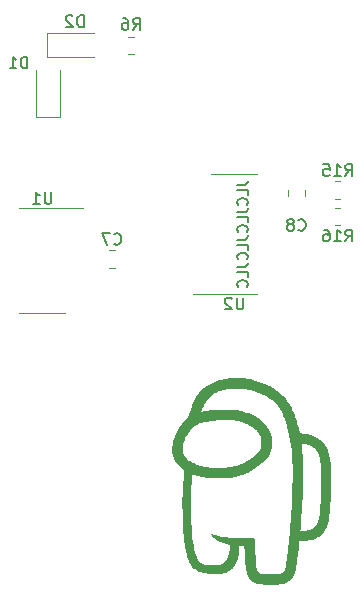
<source format=gbr>
%TF.GenerationSoftware,KiCad,Pcbnew,7.0.1*%
%TF.CreationDate,2023-11-18T18:07:09+02:00*%
%TF.ProjectId,Micr0,4d696372-302e-46b6-9963-61645f706362,rev?*%
%TF.SameCoordinates,Original*%
%TF.FileFunction,Legend,Bot*%
%TF.FilePolarity,Positive*%
%FSLAX46Y46*%
G04 Gerber Fmt 4.6, Leading zero omitted, Abs format (unit mm)*
G04 Created by KiCad (PCBNEW 7.0.1) date 2023-11-18 18:07:09*
%MOMM*%
%LPD*%
G01*
G04 APERTURE LIST*
%ADD10C,0.000000*%
%ADD11C,0.180000*%
%ADD12C,0.150000*%
%ADD13C,0.120000*%
G04 APERTURE END LIST*
D10*
G36*
X124934073Y-84440088D02*
G01*
X124938602Y-84754501D01*
X124942991Y-85434624D01*
X124935350Y-86078575D01*
X124916216Y-86679282D01*
X124886126Y-87229677D01*
X124845619Y-87722691D01*
X124795231Y-88151254D01*
X124735500Y-88508297D01*
X124702299Y-88657789D01*
X124666963Y-88786750D01*
X124627928Y-88899742D01*
X124581229Y-89010874D01*
X124527305Y-89119691D01*
X124466597Y-89225738D01*
X124399542Y-89328561D01*
X124326581Y-89427704D01*
X124248153Y-89522713D01*
X124164696Y-89613133D01*
X124076651Y-89698509D01*
X123984455Y-89778387D01*
X123888550Y-89852312D01*
X123789374Y-89919829D01*
X123687365Y-89980483D01*
X123582964Y-90033820D01*
X123476610Y-90079385D01*
X123368741Y-90116722D01*
X123335903Y-90126817D01*
X123303319Y-90135960D01*
X123270662Y-90144194D01*
X123237607Y-90151560D01*
X123203829Y-90158099D01*
X123169001Y-90163852D01*
X123132800Y-90168861D01*
X123094897Y-90173168D01*
X123054970Y-90176813D01*
X123012691Y-90179838D01*
X122967735Y-90182284D01*
X122919776Y-90184192D01*
X122813550Y-90186563D01*
X122691408Y-90187279D01*
X122243380Y-90187279D01*
X122183408Y-90776418D01*
X122074873Y-91804600D01*
X122031417Y-92169635D01*
X121992467Y-92453435D01*
X121955997Y-92669601D01*
X121919982Y-92831734D01*
X121882396Y-92953435D01*
X121841214Y-93048307D01*
X121798356Y-93127961D01*
X121751855Y-93204162D01*
X121701788Y-93276850D01*
X121648233Y-93345962D01*
X121591268Y-93411436D01*
X121530969Y-93473210D01*
X121467415Y-93531222D01*
X121400682Y-93585410D01*
X121330849Y-93635712D01*
X121257993Y-93682065D01*
X121182192Y-93724409D01*
X121103522Y-93762681D01*
X121022062Y-93796818D01*
X120937889Y-93826759D01*
X120851080Y-93852443D01*
X120761714Y-93873806D01*
X120688238Y-93886788D01*
X120597741Y-93897962D01*
X120375312Y-93914926D01*
X120113691Y-93924779D01*
X119832144Y-93927604D01*
X119549936Y-93923484D01*
X119286331Y-93912501D01*
X119060595Y-93894738D01*
X118967947Y-93883340D01*
X118891992Y-93870278D01*
X118787890Y-93847606D01*
X118692197Y-93824334D01*
X118604389Y-93800111D01*
X118523945Y-93774587D01*
X118450343Y-93747408D01*
X118383061Y-93718225D01*
X118321578Y-93686685D01*
X118265370Y-93652437D01*
X118213917Y-93615130D01*
X118166695Y-93574413D01*
X118123185Y-93529933D01*
X118082863Y-93481340D01*
X118045207Y-93428283D01*
X118009696Y-93370409D01*
X117975807Y-93307367D01*
X117943020Y-93238807D01*
X117907983Y-93158848D01*
X117875551Y-93075881D01*
X117845599Y-92989132D01*
X117818004Y-92897825D01*
X117792641Y-92801184D01*
X117769386Y-92698436D01*
X117748116Y-92588805D01*
X117728707Y-92471515D01*
X117711033Y-92345791D01*
X117694972Y-92210859D01*
X117680399Y-92065942D01*
X117667191Y-91910267D01*
X117655223Y-91743058D01*
X117644371Y-91563539D01*
X117625519Y-91164473D01*
X117604353Y-90610611D01*
X117163381Y-90610611D01*
X117142214Y-91005724D01*
X117134044Y-91129666D01*
X117121502Y-91251304D01*
X117104681Y-91370399D01*
X117083675Y-91486714D01*
X117058576Y-91600011D01*
X117029477Y-91710053D01*
X116996471Y-91816601D01*
X116959651Y-91919418D01*
X116919111Y-92018266D01*
X116874943Y-92112908D01*
X116827241Y-92203106D01*
X116776097Y-92288621D01*
X116721604Y-92369217D01*
X116663855Y-92444656D01*
X116602944Y-92514700D01*
X116538964Y-92579111D01*
X116480370Y-92632048D01*
X116420783Y-92681141D01*
X116359874Y-92726513D01*
X116297311Y-92768288D01*
X116232764Y-92806591D01*
X116165901Y-92841545D01*
X116096393Y-92873274D01*
X116023908Y-92901903D01*
X115948116Y-92927555D01*
X115868686Y-92950355D01*
X115785287Y-92970426D01*
X115697589Y-92987893D01*
X115605260Y-93002879D01*
X115507971Y-93015509D01*
X115405389Y-93025906D01*
X115297186Y-93034195D01*
X115131293Y-93040631D01*
X114967359Y-93040203D01*
X114805937Y-93033079D01*
X114647579Y-93019422D01*
X114492838Y-92999400D01*
X114342267Y-92973175D01*
X114196420Y-92940916D01*
X114055849Y-92902785D01*
X113921107Y-92858950D01*
X113792747Y-92809575D01*
X113671322Y-92754825D01*
X113557385Y-92694867D01*
X113451489Y-92629865D01*
X113354187Y-92559984D01*
X113266031Y-92485391D01*
X113187575Y-92406250D01*
X113123711Y-92327122D01*
X113061795Y-92232769D01*
X113001873Y-92123431D01*
X112943993Y-91999343D01*
X112888201Y-91860746D01*
X112834542Y-91707875D01*
X112783065Y-91540969D01*
X112733815Y-91360265D01*
X112686838Y-91166001D01*
X112642182Y-90958415D01*
X112599893Y-90737745D01*
X112560017Y-90504228D01*
X112522600Y-90258101D01*
X112487691Y-89999604D01*
X112455333Y-89728972D01*
X112425576Y-89446445D01*
X112417500Y-89344098D01*
X112409259Y-89195201D01*
X112392943Y-88785869D01*
X112377950Y-88274672D01*
X112365603Y-87717834D01*
X112360049Y-87219915D01*
X112359988Y-87166509D01*
X113081081Y-87166509D01*
X113085573Y-87592860D01*
X113095853Y-88035334D01*
X113114194Y-88591952D01*
X113138076Y-89085069D01*
X113168406Y-89523616D01*
X113206096Y-89916522D01*
X113252053Y-90272717D01*
X113307189Y-90601131D01*
X113372411Y-90910693D01*
X113448631Y-91210334D01*
X113483230Y-91335178D01*
X113516072Y-91447088D01*
X113547881Y-91547019D01*
X113579379Y-91635927D01*
X113611291Y-91714769D01*
X113644340Y-91784500D01*
X113679249Y-91846077D01*
X113716742Y-91900455D01*
X113736683Y-91925244D01*
X113757542Y-91948591D01*
X113779408Y-91970617D01*
X113802373Y-91991440D01*
X113851958Y-92029959D01*
X113907021Y-92065103D01*
X113968285Y-92097829D01*
X114036474Y-92129092D01*
X114112311Y-92159849D01*
X114196519Y-92191056D01*
X114276555Y-92218293D01*
X114313225Y-92229651D01*
X114348654Y-92239618D01*
X114383588Y-92248284D01*
X114418769Y-92255734D01*
X114454943Y-92262059D01*
X114492853Y-92267344D01*
X114533243Y-92271679D01*
X114576858Y-92275151D01*
X114624442Y-92277847D01*
X114676738Y-92279857D01*
X114734492Y-92281266D01*
X114798447Y-92282165D01*
X114947937Y-92282778D01*
X115097860Y-92283343D01*
X115217977Y-92282006D01*
X115313868Y-92278189D01*
X115354472Y-92275170D01*
X115391113Y-92271313D01*
X115424489Y-92266547D01*
X115455295Y-92260799D01*
X115484232Y-92253996D01*
X115511995Y-92246068D01*
X115539282Y-92236940D01*
X115566792Y-92226541D01*
X115625269Y-92201639D01*
X115663809Y-92183022D01*
X115702577Y-92161676D01*
X115741386Y-92137767D01*
X115780051Y-92111460D01*
X115818384Y-92082921D01*
X115856201Y-92052315D01*
X115893315Y-92019807D01*
X115929540Y-91985563D01*
X115964691Y-91949748D01*
X115998580Y-91912527D01*
X116031023Y-91874066D01*
X116061832Y-91834530D01*
X116090823Y-91794085D01*
X116117808Y-91752895D01*
X116142602Y-91711127D01*
X116165020Y-91668946D01*
X116178678Y-91639111D01*
X116193097Y-91602910D01*
X116208125Y-91560921D01*
X116223614Y-91513723D01*
X116255370Y-91406016D01*
X116287169Y-91284418D01*
X116317809Y-91153559D01*
X116346094Y-91018071D01*
X116370822Y-90882582D01*
X116390797Y-90751723D01*
X116411964Y-90592972D01*
X116105047Y-90494196D01*
X116015050Y-90465176D01*
X115927632Y-90435009D01*
X115842807Y-90403705D01*
X115760593Y-90371274D01*
X115681003Y-90337728D01*
X115604055Y-90303075D01*
X115529762Y-90267327D01*
X115458141Y-90230494D01*
X115389207Y-90192586D01*
X115322976Y-90153613D01*
X115259463Y-90113586D01*
X115198684Y-90072515D01*
X115140654Y-90030411D01*
X115085389Y-89987283D01*
X115032904Y-89943143D01*
X114983214Y-89898000D01*
X114936898Y-89854847D01*
X114893807Y-89813389D01*
X114854850Y-89774660D01*
X114820936Y-89739692D01*
X114792976Y-89709520D01*
X114771878Y-89685177D01*
X114764187Y-89675514D01*
X114758552Y-89667696D01*
X114755088Y-89661852D01*
X114753908Y-89658112D01*
X114754359Y-89656902D01*
X114755697Y-89655916D01*
X114757899Y-89655151D01*
X114760943Y-89654604D01*
X114769465Y-89654150D01*
X114781083Y-89654528D01*
X114795615Y-89655713D01*
X114812881Y-89657677D01*
X114832700Y-89660396D01*
X114854891Y-89663844D01*
X114879273Y-89667994D01*
X114905665Y-89672822D01*
X114963756Y-89684404D01*
X115027717Y-89698385D01*
X115096103Y-89714556D01*
X115414133Y-89788818D01*
X115685076Y-89846296D01*
X115808846Y-89869387D01*
X115927990Y-89889057D01*
X116044892Y-89905564D01*
X116161933Y-89919167D01*
X116281496Y-89930124D01*
X116405963Y-89938694D01*
X116679138Y-89949705D01*
X117000517Y-89954266D01*
X117389158Y-89954445D01*
X118454547Y-89950917D01*
X118489824Y-90060279D01*
X118493208Y-90076433D01*
X118496721Y-90102033D01*
X118503991Y-90179341D01*
X118511343Y-90287737D01*
X118518488Y-90422757D01*
X118525137Y-90579936D01*
X118531000Y-90754809D01*
X118535789Y-90942912D01*
X118539214Y-91139778D01*
X118551430Y-91608987D01*
X118570798Y-91992949D01*
X118583746Y-92155573D01*
X118599179Y-92300017D01*
X118617330Y-92427326D01*
X118638433Y-92538542D01*
X118662718Y-92634710D01*
X118690419Y-92716874D01*
X118721769Y-92786077D01*
X118756999Y-92843364D01*
X118796343Y-92889778D01*
X118840033Y-92926363D01*
X118888301Y-92954163D01*
X118941380Y-92974222D01*
X118989290Y-92985664D01*
X119057094Y-92996140D01*
X119241352Y-93013965D01*
X119472077Y-93027242D01*
X119727193Y-93035517D01*
X119984624Y-93038335D01*
X120222294Y-93035242D01*
X120418127Y-93025782D01*
X120493456Y-93018522D01*
X120550047Y-93009500D01*
X120594078Y-92999411D01*
X120636222Y-92987652D01*
X120676496Y-92974208D01*
X120714915Y-92959065D01*
X120751494Y-92942205D01*
X120786249Y-92923615D01*
X120819196Y-92903277D01*
X120850349Y-92881178D01*
X120879724Y-92857301D01*
X120907338Y-92831631D01*
X120933204Y-92804152D01*
X120957340Y-92774849D01*
X120979760Y-92743706D01*
X121000479Y-92710708D01*
X121019514Y-92675839D01*
X121036880Y-92639084D01*
X121044321Y-92618999D01*
X121052087Y-92593168D01*
X121060173Y-92561631D01*
X121068575Y-92524431D01*
X121086303Y-92433205D01*
X121105231Y-92319820D01*
X121125316Y-92184607D01*
X121146517Y-92027896D01*
X121168793Y-91850019D01*
X121192102Y-91651307D01*
X121350853Y-90187279D01*
X121439241Y-89340612D01*
X122331574Y-89340612D01*
X122698463Y-89340612D01*
X122808637Y-89339998D01*
X122898555Y-89337690D01*
X122937234Y-89335681D01*
X122972431Y-89332984D01*
X123004672Y-89329512D01*
X123034484Y-89325178D01*
X123062395Y-89319892D01*
X123088931Y-89313568D01*
X123114619Y-89306117D01*
X123139987Y-89297451D01*
X123165562Y-89287484D01*
X123191870Y-89276126D01*
X123248797Y-89248890D01*
X123293120Y-89225285D01*
X123337308Y-89198302D01*
X123381145Y-89168197D01*
X123424414Y-89135229D01*
X123466897Y-89099656D01*
X123508378Y-89061738D01*
X123548639Y-89021732D01*
X123587463Y-88979896D01*
X123624634Y-88936490D01*
X123659934Y-88891771D01*
X123693147Y-88845997D01*
X123724055Y-88799428D01*
X123752440Y-88752322D01*
X123778087Y-88704936D01*
X123800779Y-88657530D01*
X123820297Y-88610361D01*
X123853420Y-88512845D01*
X123884038Y-88403718D01*
X123912206Y-88282281D01*
X123937981Y-88147837D01*
X123961421Y-87999688D01*
X123982581Y-87837138D01*
X124001520Y-87659487D01*
X124018293Y-87466039D01*
X124032958Y-87256096D01*
X124045571Y-87028960D01*
X124064871Y-86520319D01*
X124076646Y-85934536D01*
X124081352Y-85266029D01*
X124081407Y-84440088D01*
X124078810Y-84151058D01*
X124073856Y-83926355D01*
X124066090Y-83752254D01*
X124055059Y-83615029D01*
X124040307Y-83500955D01*
X124021380Y-83396307D01*
X123997048Y-83277744D01*
X123972742Y-83168958D01*
X123948074Y-83069226D01*
X123922657Y-82977824D01*
X123896103Y-82894029D01*
X123868025Y-82817117D01*
X123838035Y-82746365D01*
X123805745Y-82681050D01*
X123770767Y-82620447D01*
X123732715Y-82563834D01*
X123691201Y-82510486D01*
X123645837Y-82459682D01*
X123596235Y-82410696D01*
X123542009Y-82362806D01*
X123482769Y-82315288D01*
X123418130Y-82267418D01*
X123372321Y-82236039D01*
X123326160Y-82206716D01*
X123279627Y-82179439D01*
X123232701Y-82154199D01*
X123185362Y-82130984D01*
X123137589Y-82109784D01*
X123089361Y-82090590D01*
X123040658Y-82073390D01*
X122991458Y-82058175D01*
X122941742Y-82044934D01*
X122891489Y-82033656D01*
X122840677Y-82024332D01*
X122789286Y-82016951D01*
X122737296Y-82011502D01*
X122684686Y-82007976D01*
X122631435Y-82006363D01*
X122444463Y-82002835D01*
X122462102Y-82151001D01*
X122492977Y-82448871D01*
X122517279Y-82721564D01*
X122535710Y-82986237D01*
X122548974Y-83260046D01*
X122557773Y-83560148D01*
X122562809Y-83903700D01*
X122564787Y-84307858D01*
X122564662Y-84466436D01*
X122564408Y-84789779D01*
X122558730Y-85439661D01*
X122548092Y-86075653D01*
X122534146Y-86624333D01*
X122518547Y-87012278D01*
X122479741Y-87629419D01*
X122432998Y-88274341D01*
X122387578Y-88827982D01*
X122352741Y-89171279D01*
X122331574Y-89340612D01*
X121439241Y-89340612D01*
X121474435Y-89003488D01*
X121523121Y-88455911D01*
X121564283Y-87921563D01*
X121598830Y-87388207D01*
X121627673Y-86843607D01*
X121671880Y-85671724D01*
X121685557Y-85044068D01*
X121689354Y-84466436D01*
X121682980Y-83932295D01*
X121666148Y-83435112D01*
X121638566Y-82968357D01*
X121599947Y-82525497D01*
X121550000Y-82100000D01*
X121488436Y-81685335D01*
X121413002Y-81285256D01*
X121320866Y-80884474D01*
X121214840Y-80491547D01*
X121097734Y-80115032D01*
X120972361Y-79763488D01*
X120907451Y-79599754D01*
X120841530Y-79445471D01*
X120774946Y-79301710D01*
X120708053Y-79169540D01*
X120641201Y-79050030D01*
X120574741Y-78944251D01*
X120524723Y-78873236D01*
X120471302Y-78803099D01*
X120354613Y-78665667D01*
X120225398Y-78532369D01*
X120084380Y-78403619D01*
X119932283Y-78279830D01*
X119769829Y-78161415D01*
X119597743Y-78048788D01*
X119416748Y-77942363D01*
X119227568Y-77842551D01*
X119030925Y-77749768D01*
X118827544Y-77664426D01*
X118618148Y-77586939D01*
X118403460Y-77517720D01*
X118184203Y-77457183D01*
X117961103Y-77405741D01*
X117734880Y-77363807D01*
X117636875Y-77349909D01*
X117530276Y-77338610D01*
X117416412Y-77329863D01*
X117296609Y-77323623D01*
X117044504Y-77318476D01*
X116784585Y-77322797D01*
X116527478Y-77336212D01*
X116283806Y-77358350D01*
X116170329Y-77372574D01*
X116064195Y-77388839D01*
X115966732Y-77407099D01*
X115879269Y-77427307D01*
X115729388Y-77468700D01*
X115586581Y-77513551D01*
X115450729Y-77561926D01*
X115321715Y-77613893D01*
X115199418Y-77669519D01*
X115083721Y-77728870D01*
X114974503Y-77792014D01*
X114871648Y-77859019D01*
X114775034Y-77929951D01*
X114684545Y-78004877D01*
X114600060Y-78083865D01*
X114521461Y-78166983D01*
X114448629Y-78254296D01*
X114381446Y-78345873D01*
X114319792Y-78441780D01*
X114263548Y-78542085D01*
X114207958Y-78653775D01*
X114151540Y-78772823D01*
X114097108Y-78892699D01*
X114047471Y-79006870D01*
X114005440Y-79108803D01*
X113973828Y-79191968D01*
X113955445Y-79249831D01*
X113952093Y-79267234D01*
X113953103Y-79275862D01*
X113955930Y-79276278D01*
X113961667Y-79276214D01*
X113981270Y-79274705D01*
X114010712Y-79271459D01*
X114048794Y-79266602D01*
X114094317Y-79260256D01*
X114146083Y-79252546D01*
X114202893Y-79243596D01*
X114263548Y-79233529D01*
X114493033Y-79197087D01*
X114709040Y-79166887D01*
X114917275Y-79142558D01*
X115123443Y-79123727D01*
X115333249Y-79110023D01*
X115552399Y-79101072D01*
X115786596Y-79096504D01*
X116041547Y-79095946D01*
X116328896Y-79098633D01*
X116580195Y-79107522D01*
X116695013Y-79114679D01*
X116804043Y-79123851D01*
X116908361Y-79135194D01*
X117009040Y-79148863D01*
X117107156Y-79165012D01*
X117203784Y-79183796D01*
X117299999Y-79205371D01*
X117396875Y-79229891D01*
X117495487Y-79257512D01*
X117596911Y-79288389D01*
X117812491Y-79360529D01*
X117993458Y-79427846D01*
X118166006Y-79498884D01*
X118330235Y-79573726D01*
X118486242Y-79652453D01*
X118634125Y-79735149D01*
X118773983Y-79821896D01*
X118905914Y-79912778D01*
X119030016Y-80007876D01*
X119146387Y-80107274D01*
X119255125Y-80211054D01*
X119356329Y-80319299D01*
X119450097Y-80432092D01*
X119536526Y-80549514D01*
X119615716Y-80671650D01*
X119687764Y-80798581D01*
X119752769Y-80930391D01*
X119778123Y-80987630D01*
X119801317Y-81043190D01*
X119822424Y-81097458D01*
X119841515Y-81150821D01*
X119858663Y-81203668D01*
X119873940Y-81256386D01*
X119887419Y-81309362D01*
X119899172Y-81362984D01*
X119909271Y-81417639D01*
X119917789Y-81473716D01*
X119924798Y-81531601D01*
X119930371Y-81591683D01*
X119934579Y-81654348D01*
X119937495Y-81719985D01*
X119939192Y-81788981D01*
X119939742Y-81861724D01*
X119937835Y-81989081D01*
X119931928Y-82109653D01*
X119921743Y-82224097D01*
X119906999Y-82333068D01*
X119887419Y-82437222D01*
X119862723Y-82537217D01*
X119832632Y-82633708D01*
X119796866Y-82727352D01*
X119755148Y-82818805D01*
X119707197Y-82908722D01*
X119652736Y-82997762D01*
X119591484Y-83086579D01*
X119523162Y-83175830D01*
X119447492Y-83266172D01*
X119364195Y-83358260D01*
X119272991Y-83452752D01*
X119172566Y-83550750D01*
X119068539Y-83646221D01*
X118961111Y-83739036D01*
X118850485Y-83829066D01*
X118736861Y-83916181D01*
X118620442Y-84000252D01*
X118501428Y-84081151D01*
X118380023Y-84158747D01*
X118256425Y-84232912D01*
X118130839Y-84303517D01*
X118003464Y-84370432D01*
X117874503Y-84433528D01*
X117744157Y-84492676D01*
X117612628Y-84547747D01*
X117480117Y-84598611D01*
X117346825Y-84645140D01*
X117130969Y-84713828D01*
X117029263Y-84743390D01*
X116930327Y-84769990D01*
X116833127Y-84793800D01*
X116736630Y-84814990D01*
X116639802Y-84833731D01*
X116541610Y-84850192D01*
X116441020Y-84864545D01*
X116336999Y-84876960D01*
X116228513Y-84887608D01*
X116114528Y-84896659D01*
X115865930Y-84910653D01*
X115582936Y-84920306D01*
X115360666Y-84925687D01*
X115177297Y-84928299D01*
X115023777Y-84927686D01*
X114891051Y-84923393D01*
X114770066Y-84914967D01*
X114651768Y-84901951D01*
X114527104Y-84883892D01*
X114387020Y-84860334D01*
X114288669Y-84842916D01*
X114183621Y-84822852D01*
X114075101Y-84800803D01*
X113966332Y-84777432D01*
X113860540Y-84753399D01*
X113760949Y-84729366D01*
X113670784Y-84705994D01*
X113593270Y-84683946D01*
X113478341Y-84650590D01*
X113430365Y-84637724D01*
X113388218Y-84627446D01*
X113351527Y-84619794D01*
X113319922Y-84614803D01*
X113293030Y-84612509D01*
X113270478Y-84612949D01*
X113260714Y-84614205D01*
X113251895Y-84616159D01*
X113243976Y-84618814D01*
X113236909Y-84622175D01*
X113230649Y-84626246D01*
X113225148Y-84631033D01*
X113220360Y-84636539D01*
X113216239Y-84642770D01*
X113212738Y-84649729D01*
X113209810Y-84657421D01*
X113205490Y-84675023D01*
X113202906Y-84695611D01*
X113201686Y-84719223D01*
X113201039Y-84735684D01*
X113199151Y-84762935D01*
X113196105Y-84799528D01*
X113191985Y-84844018D01*
X113186873Y-84894958D01*
X113180851Y-84950899D01*
X113174002Y-85010396D01*
X113166409Y-85072001D01*
X113139647Y-85354733D01*
X113117681Y-85666983D01*
X113100676Y-86006518D01*
X113088798Y-86371105D01*
X113082211Y-86758513D01*
X113081081Y-87166509D01*
X112359988Y-87166509D01*
X112359539Y-86773217D01*
X112364486Y-86368769D01*
X112375304Y-85997601D01*
X112392405Y-85650742D01*
X112416204Y-85319221D01*
X112447114Y-84994066D01*
X112485547Y-84666307D01*
X112500616Y-84541243D01*
X112511510Y-84439702D01*
X112518352Y-84359411D01*
X112521267Y-84298095D01*
X112521290Y-84273842D01*
X112520378Y-84253481D01*
X112518546Y-84236726D01*
X112515809Y-84223295D01*
X112512184Y-84212902D01*
X112507686Y-84205263D01*
X112502329Y-84200095D01*
X112496131Y-84197112D01*
X112484777Y-84192527D01*
X112471939Y-84186104D01*
X112442167Y-84168084D01*
X112407516Y-84143728D01*
X112368690Y-84113713D01*
X112326391Y-84078717D01*
X112281322Y-84039416D01*
X112234186Y-83996488D01*
X112185686Y-83950609D01*
X112136525Y-83902456D01*
X112087404Y-83852706D01*
X112039028Y-83802036D01*
X111992099Y-83751124D01*
X111947320Y-83700646D01*
X111905393Y-83651278D01*
X111867021Y-83603699D01*
X111832908Y-83558585D01*
X111751137Y-83433742D01*
X111680456Y-83303985D01*
X111620875Y-83169361D01*
X111572404Y-83029914D01*
X111535054Y-82885693D01*
X111508835Y-82736744D01*
X111493758Y-82583112D01*
X111490199Y-82439643D01*
X112391585Y-82439643D01*
X112392327Y-82515785D01*
X112396972Y-82589513D01*
X112405614Y-82660572D01*
X112418346Y-82728706D01*
X112435262Y-82793659D01*
X112456455Y-82855176D01*
X112482019Y-82913001D01*
X112501981Y-82950907D01*
X112524137Y-82988541D01*
X112548449Y-83025879D01*
X112574879Y-83062897D01*
X112603389Y-83099572D01*
X112633940Y-83135879D01*
X112666496Y-83171794D01*
X112701017Y-83207295D01*
X112737466Y-83242356D01*
X112775804Y-83276954D01*
X112857996Y-83344665D01*
X112947289Y-83410236D01*
X113043377Y-83473477D01*
X113145955Y-83534196D01*
X113254720Y-83592202D01*
X113369365Y-83647303D01*
X113489585Y-83699310D01*
X113615077Y-83748029D01*
X113745535Y-83793271D01*
X113880654Y-83834844D01*
X114020130Y-83872557D01*
X114239603Y-83925115D01*
X114439770Y-83966925D01*
X114534849Y-83984057D01*
X114627783Y-83998813D01*
X114719466Y-84011294D01*
X114810793Y-84021605D01*
X114902658Y-84029849D01*
X114995954Y-84036130D01*
X115190416Y-84043213D01*
X115401331Y-84043681D01*
X115635853Y-84038362D01*
X115825015Y-84029606D01*
X116006642Y-84016437D01*
X116181386Y-83998659D01*
X116349897Y-83976075D01*
X116512828Y-83948488D01*
X116670829Y-83915703D01*
X116824550Y-83877523D01*
X116974645Y-83833751D01*
X117121762Y-83784192D01*
X117266554Y-83728648D01*
X117409672Y-83666924D01*
X117551767Y-83598823D01*
X117693489Y-83524149D01*
X117835491Y-83442706D01*
X117978423Y-83354296D01*
X118122936Y-83258724D01*
X118197203Y-83207361D01*
X118269098Y-83155233D01*
X118338481Y-83102485D01*
X118405213Y-83049262D01*
X118469155Y-82995708D01*
X118530167Y-82941968D01*
X118588109Y-82888186D01*
X118642842Y-82834508D01*
X118694226Y-82781078D01*
X118742123Y-82728041D01*
X118786391Y-82675541D01*
X118826893Y-82623724D01*
X118863487Y-82572733D01*
X118896036Y-82522713D01*
X118924398Y-82473810D01*
X118948436Y-82426168D01*
X118962837Y-82395489D01*
X118975673Y-82366609D01*
X118987030Y-82339010D01*
X118996998Y-82312176D01*
X119005663Y-82285590D01*
X119013114Y-82258736D01*
X119019438Y-82231096D01*
X119024724Y-82202154D01*
X119029059Y-82171392D01*
X119032531Y-82138295D01*
X119035227Y-82102346D01*
X119037237Y-82063027D01*
X119038647Y-82019822D01*
X119039545Y-81972215D01*
X119040158Y-81861724D01*
X119039752Y-81740697D01*
X119037567Y-81645592D01*
X119035356Y-81605628D01*
X119032159Y-81569586D01*
X119027793Y-81536614D01*
X119022078Y-81505859D01*
X119014834Y-81476468D01*
X119005879Y-81447588D01*
X118995033Y-81418368D01*
X118982115Y-81387954D01*
X118966944Y-81355493D01*
X118949338Y-81320134D01*
X118906102Y-81237307D01*
X118877723Y-81186809D01*
X118847489Y-81137185D01*
X118815408Y-81088440D01*
X118781486Y-81040578D01*
X118745730Y-80993605D01*
X118708145Y-80947526D01*
X118668739Y-80902346D01*
X118627518Y-80858070D01*
X118584488Y-80814704D01*
X118539656Y-80772253D01*
X118444611Y-80690115D01*
X118342435Y-80611698D01*
X118233179Y-80537043D01*
X118116895Y-80466191D01*
X117993634Y-80399184D01*
X117863450Y-80336063D01*
X117726392Y-80276869D01*
X117582512Y-80221644D01*
X117431864Y-80170430D01*
X117274497Y-80123266D01*
X117110464Y-80080196D01*
X117013874Y-80058285D01*
X116910897Y-80038855D01*
X116801925Y-80021905D01*
X116687351Y-80007436D01*
X116567569Y-79995447D01*
X116442970Y-79985938D01*
X116313947Y-79978910D01*
X116180894Y-79974363D01*
X115904267Y-79972709D01*
X115616229Y-79980977D01*
X115319924Y-79999167D01*
X115018492Y-80027279D01*
X114713291Y-80066112D01*
X114441535Y-80109079D01*
X114317385Y-80132372D01*
X114200619Y-80157008D01*
X114090913Y-80183090D01*
X113987940Y-80210724D01*
X113891375Y-80240010D01*
X113800892Y-80271054D01*
X113716166Y-80303958D01*
X113636871Y-80338826D01*
X113562681Y-80375761D01*
X113493272Y-80414866D01*
X113428317Y-80456245D01*
X113367492Y-80500001D01*
X113301103Y-80553340D01*
X113236276Y-80610661D01*
X113173103Y-80671708D01*
X113111680Y-80736224D01*
X112994452Y-80874645D01*
X112885344Y-81023876D01*
X112785103Y-81181872D01*
X112694479Y-81346585D01*
X112614221Y-81515970D01*
X112545079Y-81687980D01*
X112487801Y-81860569D01*
X112443138Y-82031690D01*
X112411839Y-82199298D01*
X112394652Y-82361345D01*
X112391585Y-82439643D01*
X111490199Y-82439643D01*
X111489832Y-82424845D01*
X111497069Y-82261990D01*
X111515478Y-82094592D01*
X111545069Y-81922698D01*
X111585854Y-81746354D01*
X111637842Y-81565608D01*
X111701045Y-81380506D01*
X111775471Y-81191094D01*
X111861132Y-80997418D01*
X111891298Y-80933778D01*
X111921221Y-80873429D01*
X111951320Y-80815778D01*
X111982013Y-80760230D01*
X112013719Y-80706191D01*
X112046856Y-80653067D01*
X112081844Y-80600263D01*
X112119100Y-80547185D01*
X112159043Y-80493240D01*
X112202092Y-80437831D01*
X112248665Y-80380366D01*
X112299181Y-80320250D01*
X112413717Y-80189688D01*
X112549047Y-80041390D01*
X112647557Y-79933800D01*
X112688225Y-79888182D01*
X112723948Y-79846756D01*
X112755310Y-79808575D01*
X112782893Y-79772693D01*
X112807284Y-79738165D01*
X112829065Y-79704046D01*
X112848820Y-79669389D01*
X112867133Y-79633249D01*
X112884588Y-79594681D01*
X112901770Y-79552737D01*
X112919261Y-79506474D01*
X112937647Y-79454945D01*
X112979436Y-79332307D01*
X113050102Y-79127082D01*
X113126059Y-78921486D01*
X113205655Y-78719445D01*
X113287235Y-78524886D01*
X113369145Y-78341738D01*
X113449733Y-78173928D01*
X113527344Y-78025382D01*
X113600325Y-77900029D01*
X113644024Y-77832803D01*
X113690420Y-77766745D01*
X113739461Y-77701886D01*
X113791094Y-77638257D01*
X113901927Y-77514812D01*
X114022501Y-77396659D01*
X114152397Y-77284046D01*
X114291198Y-77177220D01*
X114438483Y-77076431D01*
X114593835Y-76981925D01*
X114756836Y-76893951D01*
X114927066Y-76812757D01*
X115104107Y-76738591D01*
X115287540Y-76671701D01*
X115476947Y-76612335D01*
X115671909Y-76560742D01*
X115872008Y-76517168D01*
X116076825Y-76481863D01*
X116261923Y-76461034D01*
X116481417Y-76446199D01*
X116723731Y-76437400D01*
X116977290Y-76434678D01*
X117230519Y-76438075D01*
X117471841Y-76447632D01*
X117689681Y-76463390D01*
X117786178Y-76473608D01*
X117872464Y-76485391D01*
X118119219Y-76529534D01*
X118365333Y-76584871D01*
X118609752Y-76650853D01*
X118851422Y-76726933D01*
X119089289Y-76812563D01*
X119322298Y-76907194D01*
X119549395Y-77010280D01*
X119769526Y-77121272D01*
X119981637Y-77239623D01*
X120184674Y-77364785D01*
X120377582Y-77496211D01*
X120559307Y-77633351D01*
X120728796Y-77775660D01*
X120884993Y-77922588D01*
X121026845Y-78073588D01*
X121153297Y-78228113D01*
X121230521Y-78333115D01*
X121306080Y-78444375D01*
X121379965Y-78561867D01*
X121452166Y-78685566D01*
X121522671Y-78815445D01*
X121591472Y-78951479D01*
X121658556Y-79093642D01*
X121723915Y-79241908D01*
X121787537Y-79396250D01*
X121849413Y-79556645D01*
X121909531Y-79723064D01*
X121967883Y-79895484D01*
X122024456Y-80073877D01*
X122079242Y-80258218D01*
X122132229Y-80448481D01*
X122183408Y-80644640D01*
X122296297Y-81103251D01*
X122716102Y-81149112D01*
X122833931Y-81163412D01*
X122945677Y-81180001D01*
X123051872Y-81199101D01*
X123153051Y-81220935D01*
X123249743Y-81245725D01*
X123342483Y-81273694D01*
X123431801Y-81305062D01*
X123518231Y-81340053D01*
X123602304Y-81378889D01*
X123684553Y-81421791D01*
X123765510Y-81468983D01*
X123845708Y-81520687D01*
X123925678Y-81577123D01*
X124005953Y-81638516D01*
X124087065Y-81705086D01*
X124169547Y-81777057D01*
X124233464Y-81836768D01*
X124293108Y-81897229D01*
X124348753Y-81959023D01*
X124400671Y-82022734D01*
X124449138Y-82088946D01*
X124494426Y-82158243D01*
X124536810Y-82231209D01*
X124576564Y-82308428D01*
X124613961Y-82390485D01*
X124649276Y-82477961D01*
X124682782Y-82571443D01*
X124714754Y-82671514D01*
X124745464Y-82778757D01*
X124775187Y-82893757D01*
X124804198Y-83017097D01*
X124832769Y-83149363D01*
X124860033Y-83286050D01*
X124871456Y-83349490D01*
X124881551Y-83412072D01*
X124890427Y-83475604D01*
X124898191Y-83541897D01*
X124904953Y-83612757D01*
X124910821Y-83689995D01*
X124915903Y-83775417D01*
X124920309Y-83870834D01*
X124927523Y-84098886D01*
X124933331Y-84388618D01*
X124934073Y-84440088D01*
G37*
D11*
X116989857Y-60071428D02*
X117632714Y-60071428D01*
X117632714Y-60071428D02*
X117761285Y-60028571D01*
X117761285Y-60028571D02*
X117847000Y-59942857D01*
X117847000Y-59942857D02*
X117889857Y-59814285D01*
X117889857Y-59814285D02*
X117889857Y-59728571D01*
X117889857Y-60928571D02*
X117889857Y-60499999D01*
X117889857Y-60499999D02*
X116989857Y-60499999D01*
X117804142Y-61742856D02*
X117847000Y-61699999D01*
X117847000Y-61699999D02*
X117889857Y-61571427D01*
X117889857Y-61571427D02*
X117889857Y-61485713D01*
X117889857Y-61485713D02*
X117847000Y-61357142D01*
X117847000Y-61357142D02*
X117761285Y-61271427D01*
X117761285Y-61271427D02*
X117675571Y-61228570D01*
X117675571Y-61228570D02*
X117504142Y-61185713D01*
X117504142Y-61185713D02*
X117375571Y-61185713D01*
X117375571Y-61185713D02*
X117204142Y-61228570D01*
X117204142Y-61228570D02*
X117118428Y-61271427D01*
X117118428Y-61271427D02*
X117032714Y-61357142D01*
X117032714Y-61357142D02*
X116989857Y-61485713D01*
X116989857Y-61485713D02*
X116989857Y-61571427D01*
X116989857Y-61571427D02*
X117032714Y-61699999D01*
X117032714Y-61699999D02*
X117075571Y-61742856D01*
X116989857Y-62385713D02*
X117632714Y-62385713D01*
X117632714Y-62385713D02*
X117761285Y-62342856D01*
X117761285Y-62342856D02*
X117847000Y-62257142D01*
X117847000Y-62257142D02*
X117889857Y-62128570D01*
X117889857Y-62128570D02*
X117889857Y-62042856D01*
X117889857Y-63242856D02*
X117889857Y-62814284D01*
X117889857Y-62814284D02*
X116989857Y-62814284D01*
X117804142Y-64057141D02*
X117847000Y-64014284D01*
X117847000Y-64014284D02*
X117889857Y-63885712D01*
X117889857Y-63885712D02*
X117889857Y-63799998D01*
X117889857Y-63799998D02*
X117847000Y-63671427D01*
X117847000Y-63671427D02*
X117761285Y-63585712D01*
X117761285Y-63585712D02*
X117675571Y-63542855D01*
X117675571Y-63542855D02*
X117504142Y-63499998D01*
X117504142Y-63499998D02*
X117375571Y-63499998D01*
X117375571Y-63499998D02*
X117204142Y-63542855D01*
X117204142Y-63542855D02*
X117118428Y-63585712D01*
X117118428Y-63585712D02*
X117032714Y-63671427D01*
X117032714Y-63671427D02*
X116989857Y-63799998D01*
X116989857Y-63799998D02*
X116989857Y-63885712D01*
X116989857Y-63885712D02*
X117032714Y-64014284D01*
X117032714Y-64014284D02*
X117075571Y-64057141D01*
X116989857Y-64699998D02*
X117632714Y-64699998D01*
X117632714Y-64699998D02*
X117761285Y-64657141D01*
X117761285Y-64657141D02*
X117847000Y-64571427D01*
X117847000Y-64571427D02*
X117889857Y-64442855D01*
X117889857Y-64442855D02*
X117889857Y-64357141D01*
X117889857Y-65557141D02*
X117889857Y-65128569D01*
X117889857Y-65128569D02*
X116989857Y-65128569D01*
X117804142Y-66371426D02*
X117847000Y-66328569D01*
X117847000Y-66328569D02*
X117889857Y-66199997D01*
X117889857Y-66199997D02*
X117889857Y-66114283D01*
X117889857Y-66114283D02*
X117847000Y-65985712D01*
X117847000Y-65985712D02*
X117761285Y-65899997D01*
X117761285Y-65899997D02*
X117675571Y-65857140D01*
X117675571Y-65857140D02*
X117504142Y-65814283D01*
X117504142Y-65814283D02*
X117375571Y-65814283D01*
X117375571Y-65814283D02*
X117204142Y-65857140D01*
X117204142Y-65857140D02*
X117118428Y-65899997D01*
X117118428Y-65899997D02*
X117032714Y-65985712D01*
X117032714Y-65985712D02*
X116989857Y-66114283D01*
X116989857Y-66114283D02*
X116989857Y-66199997D01*
X116989857Y-66199997D02*
X117032714Y-66328569D01*
X117032714Y-66328569D02*
X117075571Y-66371426D01*
X116989857Y-67014283D02*
X117632714Y-67014283D01*
X117632714Y-67014283D02*
X117761285Y-66971426D01*
X117761285Y-66971426D02*
X117847000Y-66885712D01*
X117847000Y-66885712D02*
X117889857Y-66757140D01*
X117889857Y-66757140D02*
X117889857Y-66671426D01*
X117889857Y-67871426D02*
X117889857Y-67442854D01*
X117889857Y-67442854D02*
X116989857Y-67442854D01*
X117804142Y-68685711D02*
X117847000Y-68642854D01*
X117847000Y-68642854D02*
X117889857Y-68514282D01*
X117889857Y-68514282D02*
X117889857Y-68428568D01*
X117889857Y-68428568D02*
X117847000Y-68299997D01*
X117847000Y-68299997D02*
X117761285Y-68214282D01*
X117761285Y-68214282D02*
X117675571Y-68171425D01*
X117675571Y-68171425D02*
X117504142Y-68128568D01*
X117504142Y-68128568D02*
X117375571Y-68128568D01*
X117375571Y-68128568D02*
X117204142Y-68171425D01*
X117204142Y-68171425D02*
X117118428Y-68214282D01*
X117118428Y-68214282D02*
X117032714Y-68299997D01*
X117032714Y-68299997D02*
X116989857Y-68428568D01*
X116989857Y-68428568D02*
X116989857Y-68514282D01*
X116989857Y-68514282D02*
X117032714Y-68642854D01*
X117032714Y-68642854D02*
X117075571Y-68685711D01*
D12*
%TO.C,D2*%
X103988094Y-46712619D02*
X103988094Y-45712619D01*
X103988094Y-45712619D02*
X103749999Y-45712619D01*
X103749999Y-45712619D02*
X103607142Y-45760238D01*
X103607142Y-45760238D02*
X103511904Y-45855476D01*
X103511904Y-45855476D02*
X103464285Y-45950714D01*
X103464285Y-45950714D02*
X103416666Y-46141190D01*
X103416666Y-46141190D02*
X103416666Y-46284047D01*
X103416666Y-46284047D02*
X103464285Y-46474523D01*
X103464285Y-46474523D02*
X103511904Y-46569761D01*
X103511904Y-46569761D02*
X103607142Y-46665000D01*
X103607142Y-46665000D02*
X103749999Y-46712619D01*
X103749999Y-46712619D02*
X103988094Y-46712619D01*
X103035713Y-45807857D02*
X102988094Y-45760238D01*
X102988094Y-45760238D02*
X102892856Y-45712619D01*
X102892856Y-45712619D02*
X102654761Y-45712619D01*
X102654761Y-45712619D02*
X102559523Y-45760238D01*
X102559523Y-45760238D02*
X102511904Y-45807857D01*
X102511904Y-45807857D02*
X102464285Y-45903095D01*
X102464285Y-45903095D02*
X102464285Y-45998333D01*
X102464285Y-45998333D02*
X102511904Y-46141190D01*
X102511904Y-46141190D02*
X103083332Y-46712619D01*
X103083332Y-46712619D02*
X102464285Y-46712619D01*
%TO.C,R16*%
X126142857Y-64862619D02*
X126476190Y-64386428D01*
X126714285Y-64862619D02*
X126714285Y-63862619D01*
X126714285Y-63862619D02*
X126333333Y-63862619D01*
X126333333Y-63862619D02*
X126238095Y-63910238D01*
X126238095Y-63910238D02*
X126190476Y-63957857D01*
X126190476Y-63957857D02*
X126142857Y-64053095D01*
X126142857Y-64053095D02*
X126142857Y-64195952D01*
X126142857Y-64195952D02*
X126190476Y-64291190D01*
X126190476Y-64291190D02*
X126238095Y-64338809D01*
X126238095Y-64338809D02*
X126333333Y-64386428D01*
X126333333Y-64386428D02*
X126714285Y-64386428D01*
X125190476Y-64862619D02*
X125761904Y-64862619D01*
X125476190Y-64862619D02*
X125476190Y-63862619D01*
X125476190Y-63862619D02*
X125571428Y-64005476D01*
X125571428Y-64005476D02*
X125666666Y-64100714D01*
X125666666Y-64100714D02*
X125761904Y-64148333D01*
X124333333Y-63862619D02*
X124523809Y-63862619D01*
X124523809Y-63862619D02*
X124619047Y-63910238D01*
X124619047Y-63910238D02*
X124666666Y-63957857D01*
X124666666Y-63957857D02*
X124761904Y-64100714D01*
X124761904Y-64100714D02*
X124809523Y-64291190D01*
X124809523Y-64291190D02*
X124809523Y-64672142D01*
X124809523Y-64672142D02*
X124761904Y-64767380D01*
X124761904Y-64767380D02*
X124714285Y-64815000D01*
X124714285Y-64815000D02*
X124619047Y-64862619D01*
X124619047Y-64862619D02*
X124428571Y-64862619D01*
X124428571Y-64862619D02*
X124333333Y-64815000D01*
X124333333Y-64815000D02*
X124285714Y-64767380D01*
X124285714Y-64767380D02*
X124238095Y-64672142D01*
X124238095Y-64672142D02*
X124238095Y-64434047D01*
X124238095Y-64434047D02*
X124285714Y-64338809D01*
X124285714Y-64338809D02*
X124333333Y-64291190D01*
X124333333Y-64291190D02*
X124428571Y-64243571D01*
X124428571Y-64243571D02*
X124619047Y-64243571D01*
X124619047Y-64243571D02*
X124714285Y-64291190D01*
X124714285Y-64291190D02*
X124761904Y-64338809D01*
X124761904Y-64338809D02*
X124809523Y-64434047D01*
%TO.C,U2*%
X117511904Y-69612619D02*
X117511904Y-70422142D01*
X117511904Y-70422142D02*
X117464285Y-70517380D01*
X117464285Y-70517380D02*
X117416666Y-70565000D01*
X117416666Y-70565000D02*
X117321428Y-70612619D01*
X117321428Y-70612619D02*
X117130952Y-70612619D01*
X117130952Y-70612619D02*
X117035714Y-70565000D01*
X117035714Y-70565000D02*
X116988095Y-70517380D01*
X116988095Y-70517380D02*
X116940476Y-70422142D01*
X116940476Y-70422142D02*
X116940476Y-69612619D01*
X116511904Y-69707857D02*
X116464285Y-69660238D01*
X116464285Y-69660238D02*
X116369047Y-69612619D01*
X116369047Y-69612619D02*
X116130952Y-69612619D01*
X116130952Y-69612619D02*
X116035714Y-69660238D01*
X116035714Y-69660238D02*
X115988095Y-69707857D01*
X115988095Y-69707857D02*
X115940476Y-69803095D01*
X115940476Y-69803095D02*
X115940476Y-69898333D01*
X115940476Y-69898333D02*
X115988095Y-70041190D01*
X115988095Y-70041190D02*
X116559523Y-70612619D01*
X116559523Y-70612619D02*
X115940476Y-70612619D01*
%TO.C,D1*%
X99238094Y-50212619D02*
X99238094Y-49212619D01*
X99238094Y-49212619D02*
X98999999Y-49212619D01*
X98999999Y-49212619D02*
X98857142Y-49260238D01*
X98857142Y-49260238D02*
X98761904Y-49355476D01*
X98761904Y-49355476D02*
X98714285Y-49450714D01*
X98714285Y-49450714D02*
X98666666Y-49641190D01*
X98666666Y-49641190D02*
X98666666Y-49784047D01*
X98666666Y-49784047D02*
X98714285Y-49974523D01*
X98714285Y-49974523D02*
X98761904Y-50069761D01*
X98761904Y-50069761D02*
X98857142Y-50165000D01*
X98857142Y-50165000D02*
X98999999Y-50212619D01*
X98999999Y-50212619D02*
X99238094Y-50212619D01*
X97714285Y-50212619D02*
X98285713Y-50212619D01*
X97999999Y-50212619D02*
X97999999Y-49212619D01*
X97999999Y-49212619D02*
X98095237Y-49355476D01*
X98095237Y-49355476D02*
X98190475Y-49450714D01*
X98190475Y-49450714D02*
X98285713Y-49498333D01*
%TO.C,R15*%
X126142857Y-59312619D02*
X126476190Y-58836428D01*
X126714285Y-59312619D02*
X126714285Y-58312619D01*
X126714285Y-58312619D02*
X126333333Y-58312619D01*
X126333333Y-58312619D02*
X126238095Y-58360238D01*
X126238095Y-58360238D02*
X126190476Y-58407857D01*
X126190476Y-58407857D02*
X126142857Y-58503095D01*
X126142857Y-58503095D02*
X126142857Y-58645952D01*
X126142857Y-58645952D02*
X126190476Y-58741190D01*
X126190476Y-58741190D02*
X126238095Y-58788809D01*
X126238095Y-58788809D02*
X126333333Y-58836428D01*
X126333333Y-58836428D02*
X126714285Y-58836428D01*
X125190476Y-59312619D02*
X125761904Y-59312619D01*
X125476190Y-59312619D02*
X125476190Y-58312619D01*
X125476190Y-58312619D02*
X125571428Y-58455476D01*
X125571428Y-58455476D02*
X125666666Y-58550714D01*
X125666666Y-58550714D02*
X125761904Y-58598333D01*
X124285714Y-58312619D02*
X124761904Y-58312619D01*
X124761904Y-58312619D02*
X124809523Y-58788809D01*
X124809523Y-58788809D02*
X124761904Y-58741190D01*
X124761904Y-58741190D02*
X124666666Y-58693571D01*
X124666666Y-58693571D02*
X124428571Y-58693571D01*
X124428571Y-58693571D02*
X124333333Y-58741190D01*
X124333333Y-58741190D02*
X124285714Y-58788809D01*
X124285714Y-58788809D02*
X124238095Y-58884047D01*
X124238095Y-58884047D02*
X124238095Y-59122142D01*
X124238095Y-59122142D02*
X124285714Y-59217380D01*
X124285714Y-59217380D02*
X124333333Y-59265000D01*
X124333333Y-59265000D02*
X124428571Y-59312619D01*
X124428571Y-59312619D02*
X124666666Y-59312619D01*
X124666666Y-59312619D02*
X124761904Y-59265000D01*
X124761904Y-59265000D02*
X124809523Y-59217380D01*
%TO.C,U1*%
X101261904Y-60682619D02*
X101261904Y-61492142D01*
X101261904Y-61492142D02*
X101214285Y-61587380D01*
X101214285Y-61587380D02*
X101166666Y-61635000D01*
X101166666Y-61635000D02*
X101071428Y-61682619D01*
X101071428Y-61682619D02*
X100880952Y-61682619D01*
X100880952Y-61682619D02*
X100785714Y-61635000D01*
X100785714Y-61635000D02*
X100738095Y-61587380D01*
X100738095Y-61587380D02*
X100690476Y-61492142D01*
X100690476Y-61492142D02*
X100690476Y-60682619D01*
X99690476Y-61682619D02*
X100261904Y-61682619D01*
X99976190Y-61682619D02*
X99976190Y-60682619D01*
X99976190Y-60682619D02*
X100071428Y-60825476D01*
X100071428Y-60825476D02*
X100166666Y-60920714D01*
X100166666Y-60920714D02*
X100261904Y-60968333D01*
%TO.C,C7*%
X106566666Y-65067380D02*
X106614285Y-65115000D01*
X106614285Y-65115000D02*
X106757142Y-65162619D01*
X106757142Y-65162619D02*
X106852380Y-65162619D01*
X106852380Y-65162619D02*
X106995237Y-65115000D01*
X106995237Y-65115000D02*
X107090475Y-65019761D01*
X107090475Y-65019761D02*
X107138094Y-64924523D01*
X107138094Y-64924523D02*
X107185713Y-64734047D01*
X107185713Y-64734047D02*
X107185713Y-64591190D01*
X107185713Y-64591190D02*
X107138094Y-64400714D01*
X107138094Y-64400714D02*
X107090475Y-64305476D01*
X107090475Y-64305476D02*
X106995237Y-64210238D01*
X106995237Y-64210238D02*
X106852380Y-64162619D01*
X106852380Y-64162619D02*
X106757142Y-64162619D01*
X106757142Y-64162619D02*
X106614285Y-64210238D01*
X106614285Y-64210238D02*
X106566666Y-64257857D01*
X106233332Y-64162619D02*
X105566666Y-64162619D01*
X105566666Y-64162619D02*
X105995237Y-65162619D01*
%TO.C,C8*%
X122166666Y-63867380D02*
X122214285Y-63915000D01*
X122214285Y-63915000D02*
X122357142Y-63962619D01*
X122357142Y-63962619D02*
X122452380Y-63962619D01*
X122452380Y-63962619D02*
X122595237Y-63915000D01*
X122595237Y-63915000D02*
X122690475Y-63819761D01*
X122690475Y-63819761D02*
X122738094Y-63724523D01*
X122738094Y-63724523D02*
X122785713Y-63534047D01*
X122785713Y-63534047D02*
X122785713Y-63391190D01*
X122785713Y-63391190D02*
X122738094Y-63200714D01*
X122738094Y-63200714D02*
X122690475Y-63105476D01*
X122690475Y-63105476D02*
X122595237Y-63010238D01*
X122595237Y-63010238D02*
X122452380Y-62962619D01*
X122452380Y-62962619D02*
X122357142Y-62962619D01*
X122357142Y-62962619D02*
X122214285Y-63010238D01*
X122214285Y-63010238D02*
X122166666Y-63057857D01*
X121595237Y-63391190D02*
X121690475Y-63343571D01*
X121690475Y-63343571D02*
X121738094Y-63295952D01*
X121738094Y-63295952D02*
X121785713Y-63200714D01*
X121785713Y-63200714D02*
X121785713Y-63153095D01*
X121785713Y-63153095D02*
X121738094Y-63057857D01*
X121738094Y-63057857D02*
X121690475Y-63010238D01*
X121690475Y-63010238D02*
X121595237Y-62962619D01*
X121595237Y-62962619D02*
X121404761Y-62962619D01*
X121404761Y-62962619D02*
X121309523Y-63010238D01*
X121309523Y-63010238D02*
X121261904Y-63057857D01*
X121261904Y-63057857D02*
X121214285Y-63153095D01*
X121214285Y-63153095D02*
X121214285Y-63200714D01*
X121214285Y-63200714D02*
X121261904Y-63295952D01*
X121261904Y-63295952D02*
X121309523Y-63343571D01*
X121309523Y-63343571D02*
X121404761Y-63391190D01*
X121404761Y-63391190D02*
X121595237Y-63391190D01*
X121595237Y-63391190D02*
X121690475Y-63438809D01*
X121690475Y-63438809D02*
X121738094Y-63486428D01*
X121738094Y-63486428D02*
X121785713Y-63581666D01*
X121785713Y-63581666D02*
X121785713Y-63772142D01*
X121785713Y-63772142D02*
X121738094Y-63867380D01*
X121738094Y-63867380D02*
X121690475Y-63915000D01*
X121690475Y-63915000D02*
X121595237Y-63962619D01*
X121595237Y-63962619D02*
X121404761Y-63962619D01*
X121404761Y-63962619D02*
X121309523Y-63915000D01*
X121309523Y-63915000D02*
X121261904Y-63867380D01*
X121261904Y-63867380D02*
X121214285Y-63772142D01*
X121214285Y-63772142D02*
X121214285Y-63581666D01*
X121214285Y-63581666D02*
X121261904Y-63486428D01*
X121261904Y-63486428D02*
X121309523Y-63438809D01*
X121309523Y-63438809D02*
X121404761Y-63391190D01*
%TO.C,R6*%
X108166666Y-46962619D02*
X108499999Y-46486428D01*
X108738094Y-46962619D02*
X108738094Y-45962619D01*
X108738094Y-45962619D02*
X108357142Y-45962619D01*
X108357142Y-45962619D02*
X108261904Y-46010238D01*
X108261904Y-46010238D02*
X108214285Y-46057857D01*
X108214285Y-46057857D02*
X108166666Y-46153095D01*
X108166666Y-46153095D02*
X108166666Y-46295952D01*
X108166666Y-46295952D02*
X108214285Y-46391190D01*
X108214285Y-46391190D02*
X108261904Y-46438809D01*
X108261904Y-46438809D02*
X108357142Y-46486428D01*
X108357142Y-46486428D02*
X108738094Y-46486428D01*
X107309523Y-45962619D02*
X107499999Y-45962619D01*
X107499999Y-45962619D02*
X107595237Y-46010238D01*
X107595237Y-46010238D02*
X107642856Y-46057857D01*
X107642856Y-46057857D02*
X107738094Y-46200714D01*
X107738094Y-46200714D02*
X107785713Y-46391190D01*
X107785713Y-46391190D02*
X107785713Y-46772142D01*
X107785713Y-46772142D02*
X107738094Y-46867380D01*
X107738094Y-46867380D02*
X107690475Y-46915000D01*
X107690475Y-46915000D02*
X107595237Y-46962619D01*
X107595237Y-46962619D02*
X107404761Y-46962619D01*
X107404761Y-46962619D02*
X107309523Y-46915000D01*
X107309523Y-46915000D02*
X107261904Y-46867380D01*
X107261904Y-46867380D02*
X107214285Y-46772142D01*
X107214285Y-46772142D02*
X107214285Y-46534047D01*
X107214285Y-46534047D02*
X107261904Y-46438809D01*
X107261904Y-46438809D02*
X107309523Y-46391190D01*
X107309523Y-46391190D02*
X107404761Y-46343571D01*
X107404761Y-46343571D02*
X107595237Y-46343571D01*
X107595237Y-46343571D02*
X107690475Y-46391190D01*
X107690475Y-46391190D02*
X107738094Y-46438809D01*
X107738094Y-46438809D02*
X107785713Y-46534047D01*
D13*
%TO.C,D2*%
X100890000Y-47250000D02*
X104900000Y-47250000D01*
X100890000Y-49250000D02*
X100890000Y-47250000D01*
X100890000Y-49250000D02*
X104900000Y-49250000D01*
%TO.C,R16*%
X125272936Y-62015000D02*
X125727064Y-62015000D01*
X125272936Y-63485000D02*
X125727064Y-63485000D01*
%TO.C,U2*%
X116750000Y-59190000D02*
X114800000Y-59190000D01*
X116750000Y-59190000D02*
X118700000Y-59190000D01*
X116750000Y-69310000D02*
X113250000Y-69310000D01*
X116750000Y-69310000D02*
X118700000Y-69310000D01*
%TO.C,D1*%
X100000000Y-54360000D02*
X100000000Y-50350000D01*
X102000000Y-54360000D02*
X100000000Y-54360000D01*
X102000000Y-54360000D02*
X102000000Y-50350000D01*
%TO.C,R15*%
X125727064Y-61235000D02*
X125272936Y-61235000D01*
X125727064Y-59765000D02*
X125272936Y-59765000D01*
%TO.C,U1*%
X100500000Y-70935000D02*
X102450000Y-70935000D01*
X100500000Y-70935000D02*
X98550000Y-70935000D01*
X100500000Y-62065000D02*
X103950000Y-62065000D01*
X100500000Y-62065000D02*
X98550000Y-62065000D01*
%TO.C,C7*%
X106138748Y-65615000D02*
X106661252Y-65615000D01*
X106138748Y-67085000D02*
X106661252Y-67085000D01*
%TO.C,C8*%
X121265000Y-61011252D02*
X121265000Y-60488748D01*
X122735000Y-61011252D02*
X122735000Y-60488748D01*
%TO.C,R6*%
X107772936Y-47515000D02*
X108227064Y-47515000D01*
X107772936Y-48985000D02*
X108227064Y-48985000D01*
%TD*%
M02*

</source>
